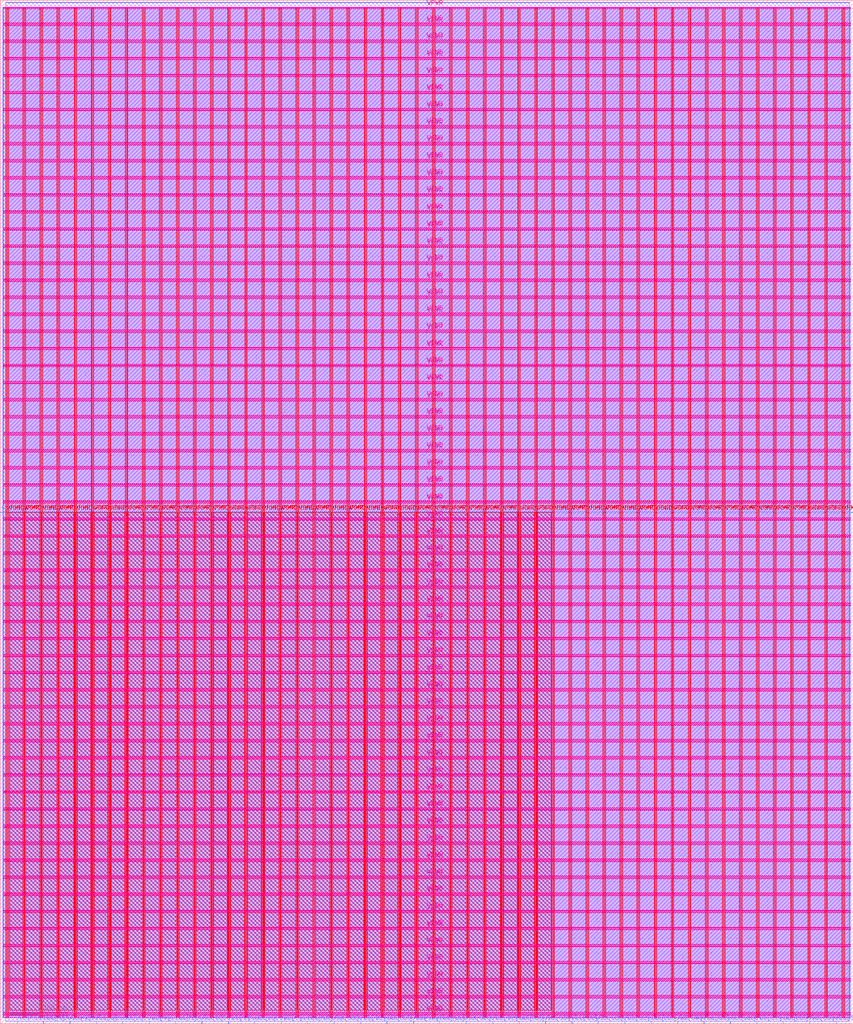
<source format=lef>
VERSION 5.7 ;
  NOWIREEXTENSIONATPIN ON ;
  DIVIDERCHAR "/" ;
  BUSBITCHARS "[]" ;
MACRO TopModule
  CLASS BLOCK ;
  FOREIGN TopModule ;
  ORIGIN 0.000 0.000 ;
  SIZE 1500.000 BY 1800.000 ;
  PIN ALUresult[0]
    DIRECTION OUTPUT ;
    USE SIGNAL ;
    ANTENNADIFFAREA 0.340600 ;
    PORT
      LAYER met2 ;
        RECT 29.530 0.000 29.810 4.000 ;
    END
  END ALUresult[0]
  PIN ALUresult[10]
    DIRECTION OUTPUT ;
    USE SIGNAL ;
    ANTENNADIFFAREA 0.340600 ;
    PORT
      LAYER met2 ;
        RECT 494.130 0.000 494.410 4.000 ;
    END
  END ALUresult[10]
  PIN ALUresult[11]
    DIRECTION OUTPUT ;
    USE SIGNAL ;
    ANTENNADIFFAREA 0.340600 ;
    PORT
      LAYER met2 ;
        RECT 540.590 0.000 540.870 4.000 ;
    END
  END ALUresult[11]
  PIN ALUresult[12]
    DIRECTION OUTPUT ;
    USE SIGNAL ;
    ANTENNADIFFAREA 0.340600 ;
    PORT
      LAYER met2 ;
        RECT 587.050 0.000 587.330 4.000 ;
    END
  END ALUresult[12]
  PIN ALUresult[13]
    DIRECTION OUTPUT ;
    USE SIGNAL ;
    ANTENNADIFFAREA 0.340600 ;
    PORT
      LAYER met2 ;
        RECT 633.510 0.000 633.790 4.000 ;
    END
  END ALUresult[13]
  PIN ALUresult[14]
    DIRECTION OUTPUT ;
    USE SIGNAL ;
    ANTENNADIFFAREA 0.340600 ;
    PORT
      LAYER met2 ;
        RECT 679.970 0.000 680.250 4.000 ;
    END
  END ALUresult[14]
  PIN ALUresult[15]
    DIRECTION OUTPUT ;
    USE SIGNAL ;
    ANTENNADIFFAREA 0.340600 ;
    PORT
      LAYER met2 ;
        RECT 726.430 0.000 726.710 4.000 ;
    END
  END ALUresult[15]
  PIN ALUresult[16]
    DIRECTION OUTPUT ;
    USE SIGNAL ;
    ANTENNADIFFAREA 0.340600 ;
    PORT
      LAYER met2 ;
        RECT 772.890 0.000 773.170 4.000 ;
    END
  END ALUresult[16]
  PIN ALUresult[17]
    DIRECTION OUTPUT ;
    USE SIGNAL ;
    ANTENNADIFFAREA 0.340600 ;
    PORT
      LAYER met2 ;
        RECT 819.350 0.000 819.630 4.000 ;
    END
  END ALUresult[17]
  PIN ALUresult[18]
    DIRECTION OUTPUT ;
    USE SIGNAL ;
    ANTENNADIFFAREA 0.340600 ;
    PORT
      LAYER met2 ;
        RECT 865.810 0.000 866.090 4.000 ;
    END
  END ALUresult[18]
  PIN ALUresult[19]
    DIRECTION OUTPUT ;
    USE SIGNAL ;
    ANTENNADIFFAREA 0.340600 ;
    PORT
      LAYER met2 ;
        RECT 912.270 0.000 912.550 4.000 ;
    END
  END ALUresult[19]
  PIN ALUresult[1]
    DIRECTION OUTPUT ;
    USE SIGNAL ;
    ANTENNADIFFAREA 0.340600 ;
    PORT
      LAYER met2 ;
        RECT 75.990 0.000 76.270 4.000 ;
    END
  END ALUresult[1]
  PIN ALUresult[20]
    DIRECTION OUTPUT ;
    USE SIGNAL ;
    ANTENNADIFFAREA 0.340600 ;
    PORT
      LAYER met2 ;
        RECT 958.730 0.000 959.010 4.000 ;
    END
  END ALUresult[20]
  PIN ALUresult[21]
    DIRECTION OUTPUT ;
    USE SIGNAL ;
    ANTENNADIFFAREA 0.340600 ;
    PORT
      LAYER met2 ;
        RECT 1005.190 0.000 1005.470 4.000 ;
    END
  END ALUresult[21]
  PIN ALUresult[22]
    DIRECTION OUTPUT ;
    USE SIGNAL ;
    ANTENNADIFFAREA 0.340600 ;
    PORT
      LAYER met2 ;
        RECT 1051.650 0.000 1051.930 4.000 ;
    END
  END ALUresult[22]
  PIN ALUresult[23]
    DIRECTION OUTPUT ;
    USE SIGNAL ;
    ANTENNADIFFAREA 0.340600 ;
    PORT
      LAYER met2 ;
        RECT 1098.110 0.000 1098.390 4.000 ;
    END
  END ALUresult[23]
  PIN ALUresult[24]
    DIRECTION OUTPUT ;
    USE SIGNAL ;
    ANTENNADIFFAREA 0.340600 ;
    PORT
      LAYER met2 ;
        RECT 1144.570 0.000 1144.850 4.000 ;
    END
  END ALUresult[24]
  PIN ALUresult[25]
    DIRECTION OUTPUT ;
    USE SIGNAL ;
    ANTENNADIFFAREA 0.340600 ;
    PORT
      LAYER met2 ;
        RECT 1191.030 0.000 1191.310 4.000 ;
    END
  END ALUresult[25]
  PIN ALUresult[26]
    DIRECTION OUTPUT ;
    USE SIGNAL ;
    ANTENNADIFFAREA 0.340600 ;
    PORT
      LAYER met2 ;
        RECT 1237.490 0.000 1237.770 4.000 ;
    END
  END ALUresult[26]
  PIN ALUresult[27]
    DIRECTION OUTPUT ;
    USE SIGNAL ;
    ANTENNADIFFAREA 0.340600 ;
    PORT
      LAYER met2 ;
        RECT 1283.950 0.000 1284.230 4.000 ;
    END
  END ALUresult[27]
  PIN ALUresult[28]
    DIRECTION OUTPUT ;
    USE SIGNAL ;
    ANTENNADIFFAREA 0.340600 ;
    PORT
      LAYER met2 ;
        RECT 1330.410 0.000 1330.690 4.000 ;
    END
  END ALUresult[28]
  PIN ALUresult[29]
    DIRECTION OUTPUT ;
    USE SIGNAL ;
    ANTENNADIFFAREA 0.340600 ;
    PORT
      LAYER met2 ;
        RECT 1376.870 0.000 1377.150 4.000 ;
    END
  END ALUresult[29]
  PIN ALUresult[2]
    DIRECTION OUTPUT ;
    USE SIGNAL ;
    ANTENNADIFFAREA 0.340600 ;
    PORT
      LAYER met2 ;
        RECT 122.450 0.000 122.730 4.000 ;
    END
  END ALUresult[2]
  PIN ALUresult[30]
    DIRECTION OUTPUT ;
    USE SIGNAL ;
    ANTENNADIFFAREA 0.340600 ;
    PORT
      LAYER met2 ;
        RECT 1423.330 0.000 1423.610 4.000 ;
    END
  END ALUresult[30]
  PIN ALUresult[31]
    DIRECTION OUTPUT ;
    USE SIGNAL ;
    ANTENNADIFFAREA 0.340600 ;
    PORT
      LAYER met2 ;
        RECT 1469.790 0.000 1470.070 4.000 ;
    END
  END ALUresult[31]
  PIN ALUresult[3]
    DIRECTION OUTPUT ;
    USE SIGNAL ;
    ANTENNADIFFAREA 0.340600 ;
    PORT
      LAYER met2 ;
        RECT 168.910 0.000 169.190 4.000 ;
    END
  END ALUresult[3]
  PIN ALUresult[4]
    DIRECTION OUTPUT ;
    USE SIGNAL ;
    ANTENNADIFFAREA 0.340600 ;
    PORT
      LAYER met2 ;
        RECT 215.370 0.000 215.650 4.000 ;
    END
  END ALUresult[4]
  PIN ALUresult[5]
    DIRECTION OUTPUT ;
    USE SIGNAL ;
    ANTENNADIFFAREA 0.340600 ;
    PORT
      LAYER met2 ;
        RECT 261.830 0.000 262.110 4.000 ;
    END
  END ALUresult[5]
  PIN ALUresult[6]
    DIRECTION OUTPUT ;
    USE SIGNAL ;
    ANTENNADIFFAREA 0.340600 ;
    PORT
      LAYER met2 ;
        RECT 308.290 0.000 308.570 4.000 ;
    END
  END ALUresult[6]
  PIN ALUresult[7]
    DIRECTION OUTPUT ;
    USE SIGNAL ;
    ANTENNADIFFAREA 0.340600 ;
    PORT
      LAYER met2 ;
        RECT 354.750 0.000 355.030 4.000 ;
    END
  END ALUresult[7]
  PIN ALUresult[8]
    DIRECTION OUTPUT ;
    USE SIGNAL ;
    ANTENNADIFFAREA 0.340600 ;
    PORT
      LAYER met2 ;
        RECT 401.210 0.000 401.490 4.000 ;
    END
  END ALUresult[8]
  PIN ALUresult[9]
    DIRECTION OUTPUT ;
    USE SIGNAL ;
    ANTENNADIFFAREA 0.340600 ;
    PORT
      LAYER met2 ;
        RECT 447.670 0.000 447.950 4.000 ;
    END
  END ALUresult[9]
  PIN VGND
    DIRECTION INOUT ;
    USE GROUND ;
    PORT
      LAYER met4 ;
        RECT 13.020 10.640 14.620 1787.280 ;
    END
    PORT
      LAYER met4 ;
        RECT 43.020 10.640 44.620 1787.280 ;
    END
    PORT
      LAYER met4 ;
        RECT 73.020 10.640 74.620 1787.280 ;
    END
    PORT
      LAYER met4 ;
        RECT 103.020 10.640 104.620 1787.280 ;
    END
    PORT
      LAYER met4 ;
        RECT 133.020 10.640 134.620 1787.280 ;
    END
    PORT
      LAYER met4 ;
        RECT 163.020 10.640 164.620 1787.280 ;
    END
    PORT
      LAYER met4 ;
        RECT 193.020 10.640 194.620 1787.280 ;
    END
    PORT
      LAYER met4 ;
        RECT 223.020 10.640 224.620 1787.280 ;
    END
    PORT
      LAYER met4 ;
        RECT 253.020 10.640 254.620 1787.280 ;
    END
    PORT
      LAYER met4 ;
        RECT 283.020 10.640 284.620 1787.280 ;
    END
    PORT
      LAYER met4 ;
        RECT 313.020 10.640 314.620 1787.280 ;
    END
    PORT
      LAYER met4 ;
        RECT 343.020 10.640 344.620 1787.280 ;
    END
    PORT
      LAYER met4 ;
        RECT 373.020 10.640 374.620 1787.280 ;
    END
    PORT
      LAYER met4 ;
        RECT 403.020 10.640 404.620 1787.280 ;
    END
    PORT
      LAYER met4 ;
        RECT 433.020 10.640 434.620 1787.280 ;
    END
    PORT
      LAYER met4 ;
        RECT 463.020 10.640 464.620 1787.280 ;
    END
    PORT
      LAYER met4 ;
        RECT 493.020 10.640 494.620 1787.280 ;
    END
    PORT
      LAYER met4 ;
        RECT 523.020 10.640 524.620 1787.280 ;
    END
    PORT
      LAYER met4 ;
        RECT 553.020 10.640 554.620 1787.280 ;
    END
    PORT
      LAYER met4 ;
        RECT 583.020 10.640 584.620 1787.280 ;
    END
    PORT
      LAYER met4 ;
        RECT 613.020 10.640 614.620 1787.280 ;
    END
    PORT
      LAYER met4 ;
        RECT 643.020 10.640 644.620 1787.280 ;
    END
    PORT
      LAYER met4 ;
        RECT 673.020 10.640 674.620 1787.280 ;
    END
    PORT
      LAYER met4 ;
        RECT 703.020 10.640 704.620 1787.280 ;
    END
    PORT
      LAYER met4 ;
        RECT 733.020 10.640 734.620 1787.280 ;
    END
    PORT
      LAYER met4 ;
        RECT 763.020 10.640 764.620 1787.280 ;
    END
    PORT
      LAYER met4 ;
        RECT 793.020 10.640 794.620 1787.280 ;
    END
    PORT
      LAYER met4 ;
        RECT 823.020 10.640 824.620 1787.280 ;
    END
    PORT
      LAYER met4 ;
        RECT 853.020 10.640 854.620 1787.280 ;
    END
    PORT
      LAYER met4 ;
        RECT 883.020 10.640 884.620 1787.280 ;
    END
    PORT
      LAYER met4 ;
        RECT 913.020 10.640 914.620 1787.280 ;
    END
    PORT
      LAYER met4 ;
        RECT 943.020 10.640 944.620 1787.280 ;
    END
    PORT
      LAYER met4 ;
        RECT 973.020 10.640 974.620 1787.280 ;
    END
    PORT
      LAYER met4 ;
        RECT 1003.020 10.640 1004.620 1787.280 ;
    END
    PORT
      LAYER met4 ;
        RECT 1033.020 10.640 1034.620 1787.280 ;
    END
    PORT
      LAYER met4 ;
        RECT 1063.020 10.640 1064.620 1787.280 ;
    END
    PORT
      LAYER met4 ;
        RECT 1093.020 10.640 1094.620 1787.280 ;
    END
    PORT
      LAYER met4 ;
        RECT 1123.020 10.640 1124.620 1787.280 ;
    END
    PORT
      LAYER met4 ;
        RECT 1153.020 10.640 1154.620 1787.280 ;
    END
    PORT
      LAYER met4 ;
        RECT 1183.020 10.640 1184.620 1787.280 ;
    END
    PORT
      LAYER met4 ;
        RECT 1213.020 10.640 1214.620 1787.280 ;
    END
    PORT
      LAYER met4 ;
        RECT 1243.020 10.640 1244.620 1787.280 ;
    END
    PORT
      LAYER met4 ;
        RECT 1273.020 10.640 1274.620 1787.280 ;
    END
    PORT
      LAYER met4 ;
        RECT 1303.020 10.640 1304.620 1787.280 ;
    END
    PORT
      LAYER met4 ;
        RECT 1333.020 10.640 1334.620 1787.280 ;
    END
    PORT
      LAYER met4 ;
        RECT 1363.020 10.640 1364.620 1787.280 ;
    END
    PORT
      LAYER met4 ;
        RECT 1393.020 10.640 1394.620 1787.280 ;
    END
    PORT
      LAYER met4 ;
        RECT 1423.020 10.640 1424.620 1787.280 ;
    END
    PORT
      LAYER met4 ;
        RECT 1453.020 10.640 1454.620 1787.280 ;
    END
    PORT
      LAYER met4 ;
        RECT 1483.020 10.640 1484.620 1787.280 ;
    END
    PORT
      LAYER met5 ;
        RECT 5.280 18.380 1494.320 19.980 ;
    END
    PORT
      LAYER met5 ;
        RECT 5.280 48.380 1494.320 49.980 ;
    END
    PORT
      LAYER met5 ;
        RECT 5.280 78.380 1494.320 79.980 ;
    END
    PORT
      LAYER met5 ;
        RECT 5.280 108.380 1494.320 109.980 ;
    END
    PORT
      LAYER met5 ;
        RECT 5.280 138.380 1494.320 139.980 ;
    END
    PORT
      LAYER met5 ;
        RECT 5.280 168.380 1494.320 169.980 ;
    END
    PORT
      LAYER met5 ;
        RECT 5.280 198.380 1494.320 199.980 ;
    END
    PORT
      LAYER met5 ;
        RECT 5.280 228.380 1494.320 229.980 ;
    END
    PORT
      LAYER met5 ;
        RECT 5.280 258.380 1494.320 259.980 ;
    END
    PORT
      LAYER met5 ;
        RECT 5.280 288.380 1494.320 289.980 ;
    END
    PORT
      LAYER met5 ;
        RECT 5.280 318.380 1494.320 319.980 ;
    END
    PORT
      LAYER met5 ;
        RECT 5.280 348.380 1494.320 349.980 ;
    END
    PORT
      LAYER met5 ;
        RECT 5.280 378.380 1494.320 379.980 ;
    END
    PORT
      LAYER met5 ;
        RECT 5.280 408.380 1494.320 409.980 ;
    END
    PORT
      LAYER met5 ;
        RECT 5.280 438.380 1494.320 439.980 ;
    END
    PORT
      LAYER met5 ;
        RECT 5.280 468.380 1494.320 469.980 ;
    END
    PORT
      LAYER met5 ;
        RECT 5.280 498.380 1494.320 499.980 ;
    END
    PORT
      LAYER met5 ;
        RECT 5.280 528.380 1494.320 529.980 ;
    END
    PORT
      LAYER met5 ;
        RECT 5.280 558.380 1494.320 559.980 ;
    END
    PORT
      LAYER met5 ;
        RECT 5.280 588.380 1494.320 589.980 ;
    END
    PORT
      LAYER met5 ;
        RECT 5.280 618.380 1494.320 619.980 ;
    END
    PORT
      LAYER met5 ;
        RECT 5.280 648.380 1494.320 649.980 ;
    END
    PORT
      LAYER met5 ;
        RECT 5.280 678.380 1494.320 679.980 ;
    END
    PORT
      LAYER met5 ;
        RECT 5.280 708.380 1494.320 709.980 ;
    END
    PORT
      LAYER met5 ;
        RECT 5.280 738.380 1494.320 739.980 ;
    END
    PORT
      LAYER met5 ;
        RECT 5.280 768.380 1494.320 769.980 ;
    END
    PORT
      LAYER met5 ;
        RECT 5.280 798.380 1494.320 799.980 ;
    END
    PORT
      LAYER met5 ;
        RECT 5.280 828.380 1494.320 829.980 ;
    END
    PORT
      LAYER met5 ;
        RECT 5.280 858.380 1494.320 859.980 ;
    END
    PORT
      LAYER met5 ;
        RECT 5.280 888.380 1494.320 889.980 ;
    END
    PORT
      LAYER met5 ;
        RECT 5.280 918.380 1494.320 919.980 ;
    END
    PORT
      LAYER met5 ;
        RECT 5.280 948.380 1494.320 949.980 ;
    END
    PORT
      LAYER met5 ;
        RECT 5.280 978.380 1494.320 979.980 ;
    END
    PORT
      LAYER met5 ;
        RECT 5.280 1008.380 1494.320 1009.980 ;
    END
    PORT
      LAYER met5 ;
        RECT 5.280 1038.380 1494.320 1039.980 ;
    END
    PORT
      LAYER met5 ;
        RECT 5.280 1068.380 1494.320 1069.980 ;
    END
    PORT
      LAYER met5 ;
        RECT 5.280 1098.380 1494.320 1099.980 ;
    END
    PORT
      LAYER met5 ;
        RECT 5.280 1128.380 1494.320 1129.980 ;
    END
    PORT
      LAYER met5 ;
        RECT 5.280 1158.380 1494.320 1159.980 ;
    END
    PORT
      LAYER met5 ;
        RECT 5.280 1188.380 1494.320 1189.980 ;
    END
    PORT
      LAYER met5 ;
        RECT 5.280 1218.380 1494.320 1219.980 ;
    END
    PORT
      LAYER met5 ;
        RECT 5.280 1248.380 1494.320 1249.980 ;
    END
    PORT
      LAYER met5 ;
        RECT 5.280 1278.380 1494.320 1279.980 ;
    END
    PORT
      LAYER met5 ;
        RECT 5.280 1308.380 1494.320 1309.980 ;
    END
    PORT
      LAYER met5 ;
        RECT 5.280 1338.380 1494.320 1339.980 ;
    END
    PORT
      LAYER met5 ;
        RECT 5.280 1368.380 1494.320 1369.980 ;
    END
    PORT
      LAYER met5 ;
        RECT 5.280 1398.380 1494.320 1399.980 ;
    END
    PORT
      LAYER met5 ;
        RECT 5.280 1428.380 1494.320 1429.980 ;
    END
    PORT
      LAYER met5 ;
        RECT 5.280 1458.380 1494.320 1459.980 ;
    END
    PORT
      LAYER met5 ;
        RECT 5.280 1488.380 1494.320 1489.980 ;
    END
    PORT
      LAYER met5 ;
        RECT 5.280 1518.380 1494.320 1519.980 ;
    END
    PORT
      LAYER met5 ;
        RECT 5.280 1548.380 1494.320 1549.980 ;
    END
    PORT
      LAYER met5 ;
        RECT 5.280 1578.380 1494.320 1579.980 ;
    END
    PORT
      LAYER met5 ;
        RECT 5.280 1608.380 1494.320 1609.980 ;
    END
    PORT
      LAYER met5 ;
        RECT 5.280 1638.380 1494.320 1639.980 ;
    END
    PORT
      LAYER met5 ;
        RECT 5.280 1668.380 1494.320 1669.980 ;
    END
    PORT
      LAYER met5 ;
        RECT 5.280 1698.380 1494.320 1699.980 ;
    END
    PORT
      LAYER met5 ;
        RECT 5.280 1728.380 1494.320 1729.980 ;
    END
    PORT
      LAYER met5 ;
        RECT 5.280 1758.380 1494.320 1759.980 ;
    END
  END VGND
  PIN VPWR
    DIRECTION INOUT ;
    USE POWER ;
    PORT
      LAYER met4 ;
        RECT 9.720 10.640 11.320 1787.280 ;
    END
    PORT
      LAYER met4 ;
        RECT 39.720 10.640 41.320 1787.280 ;
    END
    PORT
      LAYER met4 ;
        RECT 69.720 10.640 71.320 1787.280 ;
    END
    PORT
      LAYER met4 ;
        RECT 99.720 10.640 101.320 1787.280 ;
    END
    PORT
      LAYER met4 ;
        RECT 129.720 10.640 131.320 1787.280 ;
    END
    PORT
      LAYER met4 ;
        RECT 159.720 10.640 161.320 1787.280 ;
    END
    PORT
      LAYER met4 ;
        RECT 189.720 10.640 191.320 1787.280 ;
    END
    PORT
      LAYER met4 ;
        RECT 219.720 10.640 221.320 1787.280 ;
    END
    PORT
      LAYER met4 ;
        RECT 249.720 10.640 251.320 1787.280 ;
    END
    PORT
      LAYER met4 ;
        RECT 279.720 10.640 281.320 1787.280 ;
    END
    PORT
      LAYER met4 ;
        RECT 309.720 10.640 311.320 1787.280 ;
    END
    PORT
      LAYER met4 ;
        RECT 339.720 10.640 341.320 1787.280 ;
    END
    PORT
      LAYER met4 ;
        RECT 369.720 10.640 371.320 1787.280 ;
    END
    PORT
      LAYER met4 ;
        RECT 399.720 10.640 401.320 1787.280 ;
    END
    PORT
      LAYER met4 ;
        RECT 429.720 10.640 431.320 1787.280 ;
    END
    PORT
      LAYER met4 ;
        RECT 459.720 10.640 461.320 1787.280 ;
    END
    PORT
      LAYER met4 ;
        RECT 489.720 10.640 491.320 1787.280 ;
    END
    PORT
      LAYER met4 ;
        RECT 519.720 10.640 521.320 1787.280 ;
    END
    PORT
      LAYER met4 ;
        RECT 549.720 10.640 551.320 1787.280 ;
    END
    PORT
      LAYER met4 ;
        RECT 579.720 10.640 581.320 1787.280 ;
    END
    PORT
      LAYER met4 ;
        RECT 609.720 10.640 611.320 1787.280 ;
    END
    PORT
      LAYER met4 ;
        RECT 639.720 10.640 641.320 1787.280 ;
    END
    PORT
      LAYER met4 ;
        RECT 669.720 10.640 671.320 1787.280 ;
    END
    PORT
      LAYER met4 ;
        RECT 699.720 10.640 701.320 1787.280 ;
    END
    PORT
      LAYER met4 ;
        RECT 729.720 10.640 731.320 1787.280 ;
    END
    PORT
      LAYER met4 ;
        RECT 759.720 10.640 761.320 1787.280 ;
    END
    PORT
      LAYER met4 ;
        RECT 789.720 10.640 791.320 1787.280 ;
    END
    PORT
      LAYER met4 ;
        RECT 819.720 10.640 821.320 1787.280 ;
    END
    PORT
      LAYER met4 ;
        RECT 849.720 10.640 851.320 1787.280 ;
    END
    PORT
      LAYER met4 ;
        RECT 879.720 10.640 881.320 1787.280 ;
    END
    PORT
      LAYER met4 ;
        RECT 909.720 10.640 911.320 1787.280 ;
    END
    PORT
      LAYER met4 ;
        RECT 939.720 10.640 941.320 1787.280 ;
    END
    PORT
      LAYER met4 ;
        RECT 969.720 10.640 971.320 1787.280 ;
    END
    PORT
      LAYER met4 ;
        RECT 999.720 10.640 1001.320 1787.280 ;
    END
    PORT
      LAYER met4 ;
        RECT 1029.720 10.640 1031.320 1787.280 ;
    END
    PORT
      LAYER met4 ;
        RECT 1059.720 10.640 1061.320 1787.280 ;
    END
    PORT
      LAYER met4 ;
        RECT 1089.720 10.640 1091.320 1787.280 ;
    END
    PORT
      LAYER met4 ;
        RECT 1119.720 10.640 1121.320 1787.280 ;
    END
    PORT
      LAYER met4 ;
        RECT 1149.720 10.640 1151.320 1787.280 ;
    END
    PORT
      LAYER met4 ;
        RECT 1179.720 10.640 1181.320 1787.280 ;
    END
    PORT
      LAYER met4 ;
        RECT 1209.720 10.640 1211.320 1787.280 ;
    END
    PORT
      LAYER met4 ;
        RECT 1239.720 10.640 1241.320 1787.280 ;
    END
    PORT
      LAYER met4 ;
        RECT 1269.720 10.640 1271.320 1787.280 ;
    END
    PORT
      LAYER met4 ;
        RECT 1299.720 10.640 1301.320 1787.280 ;
    END
    PORT
      LAYER met4 ;
        RECT 1329.720 10.640 1331.320 1787.280 ;
    END
    PORT
      LAYER met4 ;
        RECT 1359.720 10.640 1361.320 1787.280 ;
    END
    PORT
      LAYER met4 ;
        RECT 1389.720 10.640 1391.320 1787.280 ;
    END
    PORT
      LAYER met4 ;
        RECT 1419.720 10.640 1421.320 1787.280 ;
    END
    PORT
      LAYER met4 ;
        RECT 1449.720 10.640 1451.320 1787.280 ;
    END
    PORT
      LAYER met4 ;
        RECT 1479.720 10.640 1481.320 1787.280 ;
    END
    PORT
      LAYER met5 ;
        RECT 5.280 15.080 1494.320 16.680 ;
    END
    PORT
      LAYER met5 ;
        RECT 5.280 45.080 1494.320 46.680 ;
    END
    PORT
      LAYER met5 ;
        RECT 5.280 75.080 1494.320 76.680 ;
    END
    PORT
      LAYER met5 ;
        RECT 5.280 105.080 1494.320 106.680 ;
    END
    PORT
      LAYER met5 ;
        RECT 5.280 135.080 1494.320 136.680 ;
    END
    PORT
      LAYER met5 ;
        RECT 5.280 165.080 1494.320 166.680 ;
    END
    PORT
      LAYER met5 ;
        RECT 5.280 195.080 1494.320 196.680 ;
    END
    PORT
      LAYER met5 ;
        RECT 5.280 225.080 1494.320 226.680 ;
    END
    PORT
      LAYER met5 ;
        RECT 5.280 255.080 1494.320 256.680 ;
    END
    PORT
      LAYER met5 ;
        RECT 5.280 285.080 1494.320 286.680 ;
    END
    PORT
      LAYER met5 ;
        RECT 5.280 315.080 1494.320 316.680 ;
    END
    PORT
      LAYER met5 ;
        RECT 5.280 345.080 1494.320 346.680 ;
    END
    PORT
      LAYER met5 ;
        RECT 5.280 375.080 1494.320 376.680 ;
    END
    PORT
      LAYER met5 ;
        RECT 5.280 405.080 1494.320 406.680 ;
    END
    PORT
      LAYER met5 ;
        RECT 5.280 435.080 1494.320 436.680 ;
    END
    PORT
      LAYER met5 ;
        RECT 5.280 465.080 1494.320 466.680 ;
    END
    PORT
      LAYER met5 ;
        RECT 5.280 495.080 1494.320 496.680 ;
    END
    PORT
      LAYER met5 ;
        RECT 5.280 525.080 1494.320 526.680 ;
    END
    PORT
      LAYER met5 ;
        RECT 5.280 555.080 1494.320 556.680 ;
    END
    PORT
      LAYER met5 ;
        RECT 5.280 585.080 1494.320 586.680 ;
    END
    PORT
      LAYER met5 ;
        RECT 5.280 615.080 1494.320 616.680 ;
    END
    PORT
      LAYER met5 ;
        RECT 5.280 645.080 1494.320 646.680 ;
    END
    PORT
      LAYER met5 ;
        RECT 5.280 675.080 1494.320 676.680 ;
    END
    PORT
      LAYER met5 ;
        RECT 5.280 705.080 1494.320 706.680 ;
    END
    PORT
      LAYER met5 ;
        RECT 5.280 735.080 1494.320 736.680 ;
    END
    PORT
      LAYER met5 ;
        RECT 5.280 765.080 1494.320 766.680 ;
    END
    PORT
      LAYER met5 ;
        RECT 5.280 795.080 1494.320 796.680 ;
    END
    PORT
      LAYER met5 ;
        RECT 5.280 825.080 1494.320 826.680 ;
    END
    PORT
      LAYER met5 ;
        RECT 5.280 855.080 1494.320 856.680 ;
    END
    PORT
      LAYER met5 ;
        RECT 5.280 885.080 1494.320 886.680 ;
    END
    PORT
      LAYER met5 ;
        RECT 5.280 915.080 1494.320 916.680 ;
    END
    PORT
      LAYER met5 ;
        RECT 5.280 945.080 1494.320 946.680 ;
    END
    PORT
      LAYER met5 ;
        RECT 5.280 975.080 1494.320 976.680 ;
    END
    PORT
      LAYER met5 ;
        RECT 5.280 1005.080 1494.320 1006.680 ;
    END
    PORT
      LAYER met5 ;
        RECT 5.280 1035.080 1494.320 1036.680 ;
    END
    PORT
      LAYER met5 ;
        RECT 5.280 1065.080 1494.320 1066.680 ;
    END
    PORT
      LAYER met5 ;
        RECT 5.280 1095.080 1494.320 1096.680 ;
    END
    PORT
      LAYER met5 ;
        RECT 5.280 1125.080 1494.320 1126.680 ;
    END
    PORT
      LAYER met5 ;
        RECT 5.280 1155.080 1494.320 1156.680 ;
    END
    PORT
      LAYER met5 ;
        RECT 5.280 1185.080 1494.320 1186.680 ;
    END
    PORT
      LAYER met5 ;
        RECT 5.280 1215.080 1494.320 1216.680 ;
    END
    PORT
      LAYER met5 ;
        RECT 5.280 1245.080 1494.320 1246.680 ;
    END
    PORT
      LAYER met5 ;
        RECT 5.280 1275.080 1494.320 1276.680 ;
    END
    PORT
      LAYER met5 ;
        RECT 5.280 1305.080 1494.320 1306.680 ;
    END
    PORT
      LAYER met5 ;
        RECT 5.280 1335.080 1494.320 1336.680 ;
    END
    PORT
      LAYER met5 ;
        RECT 5.280 1365.080 1494.320 1366.680 ;
    END
    PORT
      LAYER met5 ;
        RECT 5.280 1395.080 1494.320 1396.680 ;
    END
    PORT
      LAYER met5 ;
        RECT 5.280 1425.080 1494.320 1426.680 ;
    END
    PORT
      LAYER met5 ;
        RECT 5.280 1455.080 1494.320 1456.680 ;
    END
    PORT
      LAYER met5 ;
        RECT 5.280 1485.080 1494.320 1486.680 ;
    END
    PORT
      LAYER met5 ;
        RECT 5.280 1515.080 1494.320 1516.680 ;
    END
    PORT
      LAYER met5 ;
        RECT 5.280 1545.080 1494.320 1546.680 ;
    END
    PORT
      LAYER met5 ;
        RECT 5.280 1575.080 1494.320 1576.680 ;
    END
    PORT
      LAYER met5 ;
        RECT 5.280 1605.080 1494.320 1606.680 ;
    END
    PORT
      LAYER met5 ;
        RECT 5.280 1635.080 1494.320 1636.680 ;
    END
    PORT
      LAYER met5 ;
        RECT 5.280 1665.080 1494.320 1666.680 ;
    END
    PORT
      LAYER met5 ;
        RECT 5.280 1695.080 1494.320 1696.680 ;
    END
    PORT
      LAYER met5 ;
        RECT 5.280 1725.080 1494.320 1726.680 ;
    END
    PORT
      LAYER met5 ;
        RECT 5.280 1755.080 1494.320 1756.680 ;
    END
    PORT
      LAYER met5 ;
        RECT 5.280 1785.080 1494.320 1786.680 ;
    END
  END VPWR
  PIN clk
    DIRECTION INPUT ;
    USE SIGNAL ;
    ANTENNAGATEAREA 0.852000 ;
    ANTENNADIFFAREA 0.434700 ;
    PORT
      LAYER met3 ;
        RECT 0.000 899.000 4.000 899.600 ;
    END
  END clk
  PIN control
    DIRECTION INPUT ;
    USE SIGNAL ;
    ANTENNAGATEAREA 0.990000 ;
    ANTENNADIFFAREA 0.434700 ;
    PORT
      LAYER met2 ;
        RECT 749.890 1796.000 750.170 1800.000 ;
    END
  END control
  PIN reset
    DIRECTION INPUT ;
    USE SIGNAL ;
    ANTENNAGATEAREA 0.990000 ;
    ANTENNADIFFAREA 0.434700 ;
    PORT
      LAYER met3 ;
        RECT 1496.000 899.000 1500.000 899.600 ;
    END
  END reset
  OBS
      LAYER nwell ;
        RECT 5.330 10.795 1494.270 1787.230 ;
      LAYER li1 ;
        RECT 5.520 10.795 1494.080 1787.125 ;
      LAYER met1 ;
        RECT 5.520 10.640 1494.080 1787.280 ;
      LAYER met2 ;
        RECT 9.750 1795.720 749.610 1796.000 ;
        RECT 750.450 1795.720 1492.610 1796.000 ;
        RECT 9.750 4.280 1492.610 1795.720 ;
        RECT 9.750 4.000 29.250 4.280 ;
        RECT 30.090 4.000 75.710 4.280 ;
        RECT 76.550 4.000 122.170 4.280 ;
        RECT 123.010 4.000 168.630 4.280 ;
        RECT 169.470 4.000 215.090 4.280 ;
        RECT 215.930 4.000 261.550 4.280 ;
        RECT 262.390 4.000 308.010 4.280 ;
        RECT 308.850 4.000 354.470 4.280 ;
        RECT 355.310 4.000 400.930 4.280 ;
        RECT 401.770 4.000 447.390 4.280 ;
        RECT 448.230 4.000 493.850 4.280 ;
        RECT 494.690 4.000 540.310 4.280 ;
        RECT 541.150 4.000 586.770 4.280 ;
        RECT 587.610 4.000 633.230 4.280 ;
        RECT 634.070 4.000 679.690 4.280 ;
        RECT 680.530 4.000 726.150 4.280 ;
        RECT 726.990 4.000 772.610 4.280 ;
        RECT 773.450 4.000 819.070 4.280 ;
        RECT 819.910 4.000 865.530 4.280 ;
        RECT 866.370 4.000 911.990 4.280 ;
        RECT 912.830 4.000 958.450 4.280 ;
        RECT 959.290 4.000 1004.910 4.280 ;
        RECT 1005.750 4.000 1051.370 4.280 ;
        RECT 1052.210 4.000 1097.830 4.280 ;
        RECT 1098.670 4.000 1144.290 4.280 ;
        RECT 1145.130 4.000 1190.750 4.280 ;
        RECT 1191.590 4.000 1237.210 4.280 ;
        RECT 1238.050 4.000 1283.670 4.280 ;
        RECT 1284.510 4.000 1330.130 4.280 ;
        RECT 1330.970 4.000 1376.590 4.280 ;
        RECT 1377.430 4.000 1423.050 4.280 ;
        RECT 1423.890 4.000 1469.510 4.280 ;
        RECT 1470.350 4.000 1492.610 4.280 ;
      LAYER met3 ;
        RECT 4.000 900.000 1496.000 1787.205 ;
        RECT 4.400 898.600 1495.600 900.000 ;
        RECT 4.000 10.715 1496.000 898.600 ;
      LAYER met4 ;
        RECT 16.855 23.975 39.320 899.465 ;
        RECT 41.720 23.975 42.620 899.465 ;
        RECT 45.020 23.975 69.320 899.465 ;
        RECT 71.720 23.975 72.620 899.465 ;
        RECT 75.020 23.975 99.320 899.465 ;
        RECT 101.720 23.975 102.620 899.465 ;
        RECT 105.020 23.975 129.320 899.465 ;
        RECT 131.720 23.975 132.620 899.465 ;
        RECT 135.020 23.975 159.320 899.465 ;
        RECT 161.720 23.975 162.620 899.465 ;
        RECT 165.020 23.975 189.320 899.465 ;
        RECT 191.720 23.975 192.620 899.465 ;
        RECT 195.020 23.975 219.320 899.465 ;
        RECT 221.720 23.975 222.620 899.465 ;
        RECT 225.020 23.975 249.320 899.465 ;
        RECT 251.720 23.975 252.620 899.465 ;
        RECT 255.020 23.975 279.320 899.465 ;
        RECT 281.720 23.975 282.620 899.465 ;
        RECT 285.020 23.975 309.320 899.465 ;
        RECT 311.720 23.975 312.620 899.465 ;
        RECT 315.020 23.975 339.320 899.465 ;
        RECT 341.720 23.975 342.620 899.465 ;
        RECT 345.020 23.975 369.320 899.465 ;
        RECT 371.720 23.975 372.620 899.465 ;
        RECT 375.020 23.975 399.320 899.465 ;
        RECT 401.720 23.975 402.620 899.465 ;
        RECT 405.020 23.975 429.320 899.465 ;
        RECT 431.720 23.975 432.620 899.465 ;
        RECT 435.020 23.975 459.320 899.465 ;
        RECT 461.720 23.975 462.620 899.465 ;
        RECT 465.020 23.975 489.320 899.465 ;
        RECT 491.720 23.975 492.620 899.465 ;
        RECT 495.020 23.975 519.320 899.465 ;
        RECT 521.720 23.975 522.620 899.465 ;
        RECT 525.020 23.975 549.320 899.465 ;
        RECT 551.720 23.975 552.620 899.465 ;
        RECT 555.020 23.975 579.320 899.465 ;
        RECT 581.720 23.975 582.620 899.465 ;
        RECT 585.020 23.975 609.320 899.465 ;
        RECT 611.720 23.975 612.620 899.465 ;
        RECT 615.020 23.975 639.320 899.465 ;
        RECT 641.720 23.975 642.620 899.465 ;
        RECT 645.020 23.975 669.320 899.465 ;
        RECT 671.720 23.975 672.620 899.465 ;
        RECT 675.020 23.975 699.320 899.465 ;
        RECT 701.720 23.975 702.620 899.465 ;
        RECT 705.020 23.975 729.320 899.465 ;
        RECT 731.720 23.975 732.620 899.465 ;
        RECT 735.020 23.975 759.320 899.465 ;
        RECT 761.720 23.975 762.620 899.465 ;
        RECT 765.020 23.975 789.320 899.465 ;
        RECT 791.720 23.975 792.620 899.465 ;
        RECT 795.020 23.975 819.320 899.465 ;
        RECT 821.720 23.975 822.620 899.465 ;
        RECT 825.020 23.975 849.320 899.465 ;
        RECT 851.720 23.975 852.620 899.465 ;
        RECT 855.020 23.975 879.320 899.465 ;
        RECT 881.720 23.975 882.620 899.465 ;
        RECT 885.020 23.975 909.320 899.465 ;
        RECT 911.720 23.975 912.620 899.465 ;
        RECT 915.020 23.975 939.320 899.465 ;
        RECT 941.720 23.975 942.620 899.465 ;
        RECT 945.020 23.975 969.320 899.465 ;
  END
END TopModule
END LIBRARY


</source>
